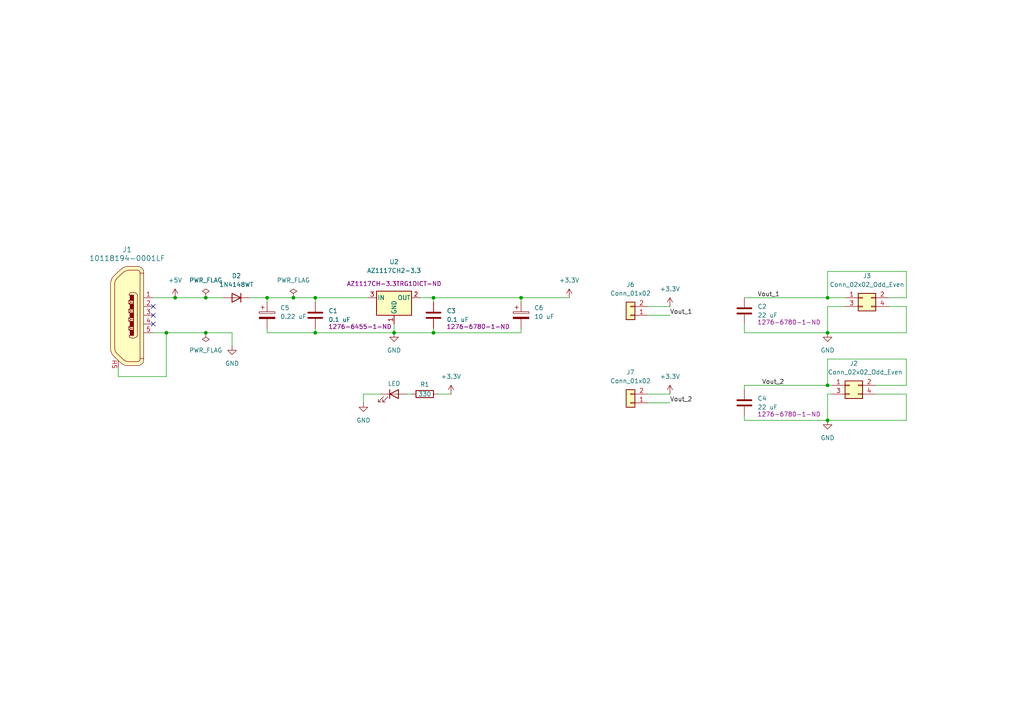
<source format=kicad_sch>
(kicad_sch (version 20250114) (generator "eeschema") (generator_version "9.0")
  (paper "A4")
  (lib_symbols
    (symbol "AZ1117CH2-3.3_1" (pin_names (offset 0.254))
      (property "Reference" "U2" (at 0 10.414 0))
      (property "Value" "AZ1117CH2-3.3" (at 0 7.874 0))
      (property "DigiKey" "AZ1117CH-3.3TRG1DICT-ND" (at 0 4.064 0))
      (symbol "AZ1117CH2-3.3_1_0_1"
        (rectangle (start -5.08 1.905) (end 5.08 -5.08) (stroke (width 0.254)) (fill (type background)))
      )
      (symbol "AZ1117CH2-3.3_1_1_1"
        (pin power_in line (at -7.62 0 0) (length 2.54) (name "IN") (number "3"))
        (pin power_in line (at 0 -7.62 90) (length 2.54) (name "GND") (number "1"))
        (pin power_out line (at 7.62 0 180) (length 2.54) (name "OUT") (number "2"))
      )
    )
    (symbol "Connector_Generic:Conn_01x02" (pin_names (offset 1.016) (hide yes))
      (property "Reference" "J" (at 0 2.54 0))
      (property "Value" "Conn_01x02" (at 0 -5.08 0))
      (symbol "Conn_01x02_1_1"
        (rectangle (start -1.27 1.27) (end 1.27 -3.81) (stroke (width 0.254)) (fill (type background)))
        (rectangle (start -1.27 0.127) (end 0 -0.127) (stroke (width 0.1524)))
        (rectangle (start -1.27 -2.413) (end 0 -2.667) (stroke (width 0.1524)))
        (pin passive line (at -5.08 0 0) (length 3.81) (name "Pin_1") (number "1"))
        (pin passive line (at -5.08 -2.54 0) (length 3.81) (name "Pin_2") (number "2"))
      )
    )
    (symbol "Connector_Generic:Conn_02x02_Odd_Even" (pin_names (offset 1.016) (hide yes))
      (property "Reference" "J" (at 1.27 2.54 0))
      (property "Value" "Conn_02x02_Odd_Even" (at 1.27 -5.08 0))
      (symbol "Conn_02x02_Odd_Even_1_1"
        (rectangle (start -1.27 1.27) (end 3.81 -3.81) (stroke (width 0.254)) (fill (type background)))
        (rectangle (start -1.27 0.127) (end 0 -0.127) (stroke (width 0.1524)))
        (rectangle (start -1.27 -2.413) (end 0 -2.667) (stroke (width 0.1524)))
        (rectangle (start 3.81 0.127) (end 2.54 -0.127) (stroke (width 0.1524)))
        (rectangle (start 3.81 -2.413) (end 2.54 -2.667) (stroke (width 0.1524)))
        (pin passive line (at -5.08 0 0) (length 3.81) (name "Pin_1") (number "1"))
        (pin passive line (at -5.08 -2.54 0) (length 3.81) (name "Pin_3") (number "3"))
        (pin passive line (at 7.62 0 180) (length 3.81) (name "Pin_2") (number "2"))
        (pin passive line (at 7.62 -2.54 180) (length 3.81) (name "Pin_4") (number "4"))
      )
    )
    (symbol "Device:C" (pin_numbers (hide yes)) (pin_names (offset 0.254))
      (property "Reference" "C" (at 0.635 2.54 0))
      (property "Value" "C" (at 0.635 -2.54 0))
      (symbol "C_0_1"
        (polyline (pts (xy -2.032 0.762) (xy 2.032 0.762)) (stroke (width 0.508)))
        (polyline (pts (xy -2.032 -0.762) (xy 2.032 -0.762)) (stroke (width 0.508)))
      )
      (symbol "C_1_1"
        (pin passive line (at 0 3.81 270) (length 2.794) (name "~") (number "1"))
        (pin passive line (at 0 -3.81 90) (length 2.794) (name "~") (number "2"))
      )
    )
    (symbol "Device:C_Polarized" (pin_numbers (hide yes)) (pin_names (offset 0.254))
      (property "Reference" "C" (at 0.635 2.54 0))
      (property "Value" "C_Polarized" (at 0.635 -2.54 0))
      (symbol "C_Polarized_0_1"
        (rectangle (start -2.286 0.508) (end 2.286 1.016))
        (polyline (pts (xy -1.778 2.286) (xy -0.762 2.286)))
        (polyline (pts (xy -1.27 2.794) (xy -1.27 1.778)))
        (rectangle (start 2.286 -0.508) (end -2.286 -1.016) (fill (type outline)))
      )
      (symbol "C_Polarized_1_1"
        (pin passive line (at 0 3.81 270) (length 2.794) (name "~") (number "1"))
        (pin passive line (at 0 -3.81 90) (length 2.794) (name "~") (number "2"))
      )
    )
    (symbol "Device:LED" (pin_numbers (hide yes)) (pin_names (offset 1.016) (hide yes))
      (property "Reference" "D" (at 0 2.54 0))
      (property "Value" "LED" (at 0 -2.54 0))
      (symbol "LED_0_1"
        (polyline (pts (xy -3.048 -0.762) (xy -4.572 -2.286) (xy -3.81 -2.286) (xy -4.572 -2.286) (xy -4.572 -1.524)))
        (polyline (pts (xy -1.778 -0.762) (xy -3.302 -2.286) (xy -2.54 -2.286) (xy -3.302 -2.286) (xy -3.302 -1.524)))
        (polyline (pts (xy -1.27 0) (xy 1.27 0)))
        (polyline (pts (xy -1.27 -1.27) (xy -1.27 1.27)) (stroke (width 0.254)))
        (polyline (pts (xy 1.27 -1.27) (xy 1.27 1.27) (xy -1.27 0) (xy 1.27 -1.27)) (stroke (width 0.254)))
      )
      (symbol "LED_1_1"
        (pin passive line (at -3.81 0 0) (length 2.54) (name "K") (number "1"))
        (pin passive line (at 3.81 0 180) (length 2.54) (name "A") (number "2"))
      )
    )
    (symbol "Device:R" (pin_numbers (hide yes)) (pin_names (offset 0))
      (property "Reference" "R" (at 2.032 0 90))
      (property "Value" "R" (at 0 0 90))
      (symbol "R_0_1"
        (rectangle (start -1.016 -2.54) (end 1.016 2.54) (stroke (width 0.254)))
      )
      (symbol "R_1_1"
        (pin passive line (at 0 3.81 270) (length 1.27) (name "~") (number "1"))
        (pin passive line (at 0 -3.81 90) (length 1.27) (name "~") (number "2"))
      )
    )
    (symbol "Diode:1N4148WT" (pin_numbers (hide yes)) (pin_names (hide yes))
      (property "Reference" "D" (at 0 2.54 0))
      (property "Value" "1N4148WT" (at 0 -2.54 0))
      (symbol "1N4148WT_0_1"
        (polyline (pts (xy -1.27 1.27) (xy -1.27 -1.27)) (stroke (width 0.254)))
        (polyline (pts (xy 1.27 1.27) (xy 1.27 -1.27) (xy -1.27 0) (xy 1.27 1.27)) (stroke (width 0.254)))
        (polyline (pts (xy 1.27 0) (xy -1.27 0)))
      )
      (symbol "1N4148WT_1_1"
        (pin passive line (at -3.81 0 0) (length 2.54) (name "K") (number "1"))
        (pin passive line (at 3.81 0 180) (length 2.54) (name "A") (number "2"))
      )
    )
    (symbol "dk_USB-DVI-HDMI-Connectors:10118194-0001LF" (pin_names (offset 1.016))
      (property "Reference" "J" (at -4.445 15.24 0))
      (property "Value" "10118194-0001LF" (at -6.35 -7.62 90))
      (symbol "10118194-0001LF_0_1"
        (polyline (pts (xy 0.4826 4.2926) (xy 0.4826 3.2766) (xy 1.8796 3.2766) (xy 1.8796 4.2926) (xy 0.4826 4.2926) (xy 1.1176 3.7846) (xy 0.4826 3.2766) (xy 1.8796 3.2766) (xy 1.8796 3.7846) (xy 1.1176 3.7846)))
        (polyline (pts (xy 0.4826 1.7526) (xy 0.4826 0.7366) (xy 1.8796 0.7366) (xy 1.8796 1.7526) (xy 0.4826 1.7526) (xy 1.1176 1.2446) (xy 0.4826 0.7366) (xy 1.8796 0.7366) (xy 1.8796 1.2446) (xy 1.1176 1.2446)))
        (polyline (pts (xy 0.4826 -1.7526) (xy 0.4826 -0.7366) (xy 1.8796 -0.7366) (xy 1.8796 -1.7526) (xy 0.4826 -1.7526) (xy 1.1176 -1.2446) (xy 0.4826 -0.7366) (xy 1.8796 -0.7366) (xy 1.8796 -1.2446) (xy 1.1176 -1.2446)))
        (polyline (pts (xy 0.4826 -4.2926) (xy 0.4826 -3.2766) (xy 1.8796 -3.2766) (xy 1.8796 -4.2926) (xy 0.4826 -4.2926) (xy 1.1176 -3.7846) (xy 0.4826 -3.2766) (xy 1.8796 -3.2766) (xy 1.8796 -3.7846) (xy 1.1176 -3.7846)))
        (rectangle (start 0.889 4.318) (end 1.905 5.842) (fill (type outline)))
        (rectangle (start 0.889 3.302) (end 1.905 1.778) (fill (type outline)))
        (rectangle (start 0.889 0.635) (end 1.905 -0.381) (fill (type outline)))
        (rectangle (start 0.889 -0.635) (end 1.905 0.381) (fill (type outline)))
        (rectangle (start 0.889 -3.302) (end 1.905 -1.778) (fill (type outline)))
        (rectangle (start 0.889 -4.318) (end 1.905 -5.842) (fill (type outline)))
        (polyline (pts (xy 1.905 0.0254) (xy 1.905 -5.842) (xy 0.635 -5.842) (xy 0.635 -6.1468) (xy 0.8128 -6.4262) (xy 1.1938 -6.5786) (xy 1.651 -6.6294) (xy 2.2606 -6.5532) (xy 2.7178 -6.3246) (xy 2.9464 -6.0706) (xy 3.0226 -5.6388) (xy 3.0226 -4.8006) (xy 3.0226 0.127)))
        (polyline (pts (xy 1.905 -0.0254) (xy 1.905 5.842) (xy 0.635 5.842) (xy 0.635 6.1468) (xy 0.8128 6.4262) (xy 1.1938 6.5786) (xy 1.651 6.6294) (xy 2.2606 6.5532) (xy 2.7178 6.3246) (xy 2.9464 6.0706) (xy 3.0226 5.6388) (xy 3.0226 4.8006) (xy 3.0226 -0.127)))
        (polyline (pts (xy 3.7846 12.2428) (xy 3.7846 -12.5476)))
        (polyline (pts (xy 4.8514 -11.4808) (xy 4.8514 -12.8016) (xy 4.7752 -13.4366) (xy 4.572 -13.8684) (xy 4.0386 -14.3256) (xy 3.5814 -14.5288) (xy 3.0988 -14.605) (xy -0.2794 -14.5542) (xy -0.7112 -14.4526) (xy -1.2446 -14.1986) (xy -2.2098 -13.4366) (xy -3.556 -12.1412) (xy -4.0132 -11.6586) (xy -4.3688 -11.1506) (xy -4.6228 -10.5918) (xy -4.7498 -9.7536) (xy -4.7498 9.3726) (xy -4.5974 10.0838) (xy -4.4704 10.4648) (xy -4.2164 10.9728) (xy -3.6068 11.6078) (xy -1.4478 13.589) (xy -0.9652 13.8684) (xy -0.5588 14.0208) (xy 0.0762 14.1224) (xy 0.5588 14.1732) (xy 3.2766 14.1732) (xy 3.7592 14.0208) (xy 4.2164 13.7414) (xy 4.445 13.5128) (xy 4.699 13.1572) (xy 4.826 12.8524) (xy 4.8514 12.446) (xy 4.8514 -11.5062)) (fill (type background)))
        (polyline (pts (xy 4.8514 -12.5476) (xy 3.8354 -12.5476) (xy 3.7846 -12.5476) (xy 3.7846 -12.9032) (xy 3.6068 -13.2334) (xy 3.429 -13.3604) (xy 3.2258 -13.4366) (xy 0.4572 -13.4366) (xy 0.0508 -13.4112) (xy -0.3302 -13.3096) (xy -0.6604 -13.1318) (xy -0.9906 -12.9032) (xy -3.1496 -10.8458) (xy -3.4036 -10.3886) (xy -3.5306 -9.779) (xy -3.556 -8.636) (xy -3.556 9.2202) (xy -3.5306 9.4234) (xy -3.4544 9.8298) (xy -3.302 10.1854) (xy -3.0226 10.6172) (xy -1.7526 11.8364) (xy -0.8636 12.5984) (xy -0.3302 12.8778) (xy 0.0762 13.0048) (xy 0.6096 13.081) (xy 3.0734 13.081) (xy 3.3274 13.0048) (xy 3.5814 12.8524) (xy 3.7846 12.5222) (xy 3.7846 12.2174) (xy 4.8514 12.2174)))
      )
      (symbol "10118194-0001LF_1_1"
        (pin passive line (at -2.54 -15.24 90) (length 2.032) (name "~") (number "SH"))
        (pin passive line (at 7.62 5.08 180) (length 2.794) (name "~") (number "1"))
        (pin passive line (at 7.62 2.54 180) (length 2.794) (name "~") (number "2"))
        (pin passive line (at 7.62 0 180) (length 2.794) (name "~") (number "3"))
        (pin passive line (at 7.62 -2.54 180) (length 2.794) (name "~") (number "4"))
        (pin passive line (at 7.62 -5.08 180) (length 2.794) (name "~") (number "5"))
      )
    )
    (symbol "power:+3.3V" (power) (pin_numbers (hide yes)) (pin_names (offset 0) (hide yes))
      (property "Value" "+3.3V" (at 0 3.556 0))
      (symbol "+3.3V_0_1"
        (polyline (pts (xy -0.762 1.27) (xy 0 2.54)))
        (polyline (pts (xy 0 2.54) (xy 0.762 1.27)))
        (polyline (pts (xy 0 0) (xy 0 2.54)))
      )
      (symbol "+3.3V_1_1"
        (pin power_in line (at 0 0 90) (length 0) (name "~") (number "1"))
      )
    )
    (symbol "power:+5V" (power) (pin_numbers (hide yes)) (pin_names (offset 0) (hide yes))
      (property "Value" "+5V" (at 0 3.556 0))
      (symbol "+5V_0_1"
        (polyline (pts (xy -0.762 1.27) (xy 0 2.54)))
        (polyline (pts (xy 0 2.54) (xy 0.762 1.27)))
        (polyline (pts (xy 0 0) (xy 0 2.54)))
      )
      (symbol "+5V_1_1"
        (pin power_in line (at 0 0 90) (length 0) (name "~") (number "1"))
      )
    )
    (symbol "power:GND" (power) (pin_numbers (hide yes)) (pin_names (offset 0) (hide yes))
      (property "Value" "GND" (at 0 -3.81 0))
      (symbol "GND_0_1"
        (polyline (pts (xy 0 0) (xy 0 -1.27) (xy 1.27 -1.27) (xy 0 -2.54) (xy -1.27 -1.27) (xy 0 -1.27)))
      )
      (symbol "GND_1_1"
        (pin power_in line (at 0 0 270) (length 0) (name "~") (number "1"))
      )
    )
    (symbol "power:PWR_FLAG" (power) (pin_numbers (hide yes)) (pin_names (offset 0) (hide yes))
      (property "Value" "PWR_FLAG" (at 0 3.81 0))
      (symbol "PWR_FLAG_0_0"
        (pin power_out line (at 0 0 90) (length 0) (name "~") (number "1"))
      )
      (symbol "PWR_FLAG_0_1"
        (polyline (pts (xy 0 0) (xy 0 1.27) (xy -1.016 1.905) (xy 0 2.54) (xy 1.016 1.905) (xy 0 1.27)))
      )
    )
  )
  (junction (at 240.03 121.92))
  (junction (at 240.03 86.36))
  (junction (at 125.73 86.36))
  (junction (at 48.26 96.52))
  (junction (at 91.44 86.36))
  (junction (at 240.03 96.52))
  (junction (at 85.09 86.36))
  (junction (at 151.13 86.36))
  (junction (at 114.3 96.52))
  (junction (at 125.73 96.52))
  (junction (at 59.69 96.52))
  (junction (at 59.69 86.36))
  (junction (at 50.8 86.36))
  (junction (at 240.03 111.76))
  (junction (at 91.44 96.52))
  (junction (at 77.47 86.36))
  (no_connect (at 44.45 91.44))
  (no_connect (at 44.45 93.98))
  (no_connect (at 44.45 88.9))
  (wire (pts (xy 215.9 96.52) (xy 240.03 96.52)))
  (wire (pts (xy 44.45 86.36) (xy 50.8 86.36)))
  (wire (pts (xy 215.9 93.98) (xy 215.9 96.52)))
  (wire (pts (xy 50.8 86.36) (xy 59.69 86.36)))
  (wire (pts (xy 262.89 114.3) (xy 262.89 121.92)))
  (wire (pts (xy 59.69 86.36) (xy 64.77 86.36)))
  (wire (pts (xy 91.44 96.52) (xy 77.47 96.52)))
  (wire (pts (xy 262.89 86.36) (xy 262.89 78.74)))
  (wire (pts (xy 240.03 88.9) (xy 240.03 96.52)))
  (wire (pts (xy 77.47 86.36) (xy 85.09 86.36)))
  (wire (pts (xy 262.89 111.76) (xy 262.89 104.14)))
  (wire (pts (xy 240.03 78.74) (xy 240.03 86.36)))
  (wire (pts (xy 245.11 88.9) (xy 240.03 88.9)))
  (wire (pts (xy 72.39 86.36) (xy 77.47 86.36)))
  (wire (pts (xy 240.03 121.92) (xy 215.9 121.92)))
  (wire (pts (xy 118.11 114.3) (xy 119.38 114.3)))
  (wire (pts (xy 240.03 111.76) (xy 241.3 111.76)))
  (wire (pts (xy 187.96 114.3) (xy 194.31 114.3)))
  (wire (pts (xy 48.26 96.52) (xy 48.26 109.22)))
  (wire (pts (xy 187.96 88.9) (xy 194.31 88.9)))
  (wire (pts (xy 254 111.76) (xy 262.89 111.76)))
  (wire (pts (xy 67.31 96.52) (xy 59.69 96.52)))
  (wire (pts (xy 241.3 114.3) (xy 240.03 114.3)))
  (wire (pts (xy 77.47 96.52) (xy 77.47 95.25)))
  (wire (pts (xy 151.13 86.36) (xy 151.13 87.63)))
  (wire (pts (xy 262.89 96.52) (xy 240.03 96.52)))
  (wire (pts (xy 91.44 95.25) (xy 91.44 96.52)))
  (wire (pts (xy 215.9 120.65) (xy 215.9 121.92)))
  (wire (pts (xy 77.47 86.36) (xy 77.47 87.63)))
  (wire (pts (xy 215.9 111.76) (xy 240.03 111.76)))
  (wire (pts (xy 48.26 96.52) (xy 59.69 96.52)))
  (wire (pts (xy 257.81 88.9) (xy 262.89 88.9)))
  (wire (pts (xy 114.3 93.98) (xy 114.3 96.52)))
  (wire (pts (xy 91.44 86.36) (xy 106.68 86.36)))
  (wire (pts (xy 125.73 96.52) (xy 114.3 96.52)))
  (wire (pts (xy 151.13 86.36) (xy 165.1 86.36)))
  (wire (pts (xy 85.09 86.36) (xy 91.44 86.36)))
  (wire (pts (xy 245.11 86.36) (xy 240.03 86.36)))
  (wire (pts (xy 125.73 96.52) (xy 151.13 96.52)))
  (wire (pts (xy 151.13 95.25) (xy 151.13 96.52)))
  (wire (pts (xy 127 114.3) (xy 130.81 114.3)))
  (wire (pts (xy 125.73 86.36) (xy 125.73 87.63)))
  (wire (pts (xy 240.03 104.14) (xy 240.03 111.76)))
  (wire (pts (xy 262.89 114.3) (xy 254 114.3)))
  (wire (pts (xy 187.96 91.44) (xy 194.31 91.44)))
  (wire (pts (xy 121.92 86.36) (xy 125.73 86.36)))
  (wire (pts (xy 262.89 121.92) (xy 240.03 121.92)))
  (wire (pts (xy 105.41 114.3) (xy 110.49 114.3)))
  (wire (pts (xy 262.89 88.9) (xy 262.89 96.52)))
  (wire (pts (xy 262.89 104.14) (xy 240.03 104.14)))
  (wire (pts (xy 105.41 116.84) (xy 105.41 114.3)))
  (wire (pts (xy 215.9 86.36) (xy 240.03 86.36)))
  (wire (pts (xy 262.89 78.74) (xy 240.03 78.74)))
  (wire (pts (xy 125.73 95.25) (xy 125.73 96.52)))
  (wire (pts (xy 187.96 116.84) (xy 194.31 116.84)))
  (wire (pts (xy 91.44 86.36) (xy 91.44 87.63)))
  (wire (pts (xy 125.73 86.36) (xy 151.13 86.36)))
  (wire (pts (xy 48.26 109.22) (xy 34.29 109.22)))
  (wire (pts (xy 240.03 114.3) (xy 240.03 121.92)))
  (wire (pts (xy 91.44 96.52) (xy 114.3 96.52)))
  (wire (pts (xy 67.31 96.52) (xy 67.31 100.33)))
  (wire (pts (xy 257.81 86.36) (xy 262.89 86.36)))
  (wire (pts (xy 44.45 96.52) (xy 48.26 96.52)))
  (wire (pts (xy 34.29 109.22) (xy 34.29 106.68)))
  (wire (pts (xy 215.9 111.76) (xy 215.9 113.03)))
  (label "Vout_2" (at 220.98 111.76 0))
  (label "Vout_1" (at 219.71 86.36 0))
  (label "Vout_1" (at 194.31 91.44 0))
  (label "Vout_2" (at 194.31 116.84 0))
  (symbol (lib_id "power:PWR_FLAG") (at 85.09 86.36 0) (unit 1)
    (property "Reference" "#FLG03" (effects (hide yes)))
    (property "Value" "PWR_FLAG" (at 85.09 81.28 0))
    (property "Description" "Special symbol for telling ERC where power comes from" (effects (hide yes)))
  )
  (symbol (lib_id "power:GND") (at 67.31 100.33 0) (unit 1)
    (property "Reference" "#PWR01" (effects (hide yes)))
    (property "Value" "GND" (at 67.31 105.41 0))
    (property "Description" "Power symbol creates a global label with name \"GND\" , ground" (effects (hide yes)))
  )
  (symbol (lib_id "Diode:1N4148WT") (at 68.58 86.36 180) (unit 1)
    (property "Reference" "D2" (at 68.58 80.01 0))
    (property "Value" "1N4148WT" (at 68.58 82.55 0))
    (property "Footprint" "Diode_SMD:D_SOD-523" (effects (hide yes)))
    (property "Datasheet" "https://www.diodes.com/assets/Datasheets/ds30396.pdf" (effects (hide yes)))
    (property "Description" "75V 0.15A Fast switching Diode, SOD-523" (effects (hide yes)))
    (property "Sim.Device" "D" (effects (hide yes)))
    (property "Sim.Pins" "1=K 2=A" (effects (hide yes)))
  )
  (symbol (lib_id "Device:C_Polarized") (at 151.13 91.44 0) (unit 1)
    (property "Reference" "C6" (at 154.94 89.2809 0) (effects (justify left)))
    (property "Value" "10 uF" (at 154.94 91.8209 0) (effects (justify left)))
    (property "Footprint" "Capacitor_THT:CP_Radial_D5.0mm_P2.00mm" (effects (hide yes)))
    (property "Description" "Polarized capacitor" (effects (hide yes)))
  )
  (symbol (lib_id "power:PWR_FLAG") (at 59.69 96.52 180) (unit 1)
    (property "Reference" "#FLG02" (effects (hide yes)))
    (property "Value" "PWR_FLAG" (at 59.69 101.6 0))
    (property "Description" "Special symbol for telling ERC where power comes from" (effects (hide yes)))
  )
  (symbol (lib_id "Device:C") (at 125.73 91.44 0) (unit 1)
    (property "Reference" "C3" (at 129.54 90.1699 0) (effects (justify left)))
    (property "Value" "0.1 uF" (at 129.54 92.7099 0) (effects (justify left)))
    (property "Footprint" "Capacitor_SMD:C_0805_2012Metric_Pad1.18x1.45mm_HandSolder" (effects (hide yes)))
    (property "Description" "Unpolarized capacitor" (effects (hide yes)))
    (property "DigiKey" "1276-6780-1-ND" (at 138.684 94.742 0))
  )
  (symbol (lib_id "Device:C") (at 91.44 91.44 0) (unit 1)
    (property "Reference" "C1" (at 95.25 90.1699 0) (effects (justify left)))
    (property "Value" "0.1 uF" (at 95.25 92.7099 0) (effects (justify left)))
    (property "Footprint" "Capacitor_SMD:C_0805_2012Metric_Pad1.18x1.45mm_HandSolder" (effects (hide yes)))
    (property "Description" "Unpolarized capacitor" (effects (hide yes)))
    (property "DigiKey" "1276-6455-1-ND" (at 104.394 94.742 0))
  )
  (symbol (lib_id "dk_USB-DVI-HDMI-Connectors:10118194-0001LF") (at 36.83 91.44 0) (unit 1)
    (property "Reference" "J1" (at 36.8808 72.39 0) (effects (font (size 1.524 1.524))))
    (property "Value" "10118194-0001LF" (at 36.8808 74.93 0) (effects (font (size 1.524 1.524))))
    (property "Footprint" "digikey-footprints:USB_Micro_B_Female_10118194-0001LF" (effects (hide yes)))
    (property "Datasheet" "http://www.amphenol-icc.com/media/wysiwyg/files/drawing/10118194.pdf" (effects (hide yes)))
    (property "Description" "CONN RCPT USB2.0 MICRO B SMD R/A" (effects (hide yes)))
    (property "Digi-Key_PN" "609-4618-1-ND" (effects (hide yes)))
    (property "MPN" "10118194-0001LF" (effects (hide yes)))
    (property "Category" "Connectors, Interconnects" (effects (hide yes)))
    (property "Family" "USB, DVI, HDMI Connectors" (effects (hide yes)))
    (property "DK_Datasheet_Link" "http://www.amphenol-icc.com/media/wysiwyg/files/drawing/10118194.pdf" (effects (hide yes)))
    (property "DK_Detail_Page" "/product-detail/en/amphenol-icc-fci/10118194-0001LF/609-4618-1-ND/2785382" (effects (hide yes)))
    (property "Description_1" "CONN RCPT USB2.0 MICRO B SMD R/A" (effects (hide yes)))
    (property "Manufacturer" "Amphenol ICC (FCI)" (effects (hide yes)))
    (property "Status" "Active" (effects (hide yes)))
  )
  (symbol (lib_id "power:+3.3V") (at 194.31 88.9 0) (unit 1)
    (property "Reference" "#PWR07" (effects (hide yes)))
    (property "Value" "+3.3V" (at 194.31 83.82 0))
    (property "Description" "Power symbol creates a global label with name \"+3.3V\"" (effects (hide yes)))
  )
  (symbol (lib_id "power:+5V") (at 50.8 86.36 0) (unit 1)
    (property "Reference" "#PWR05" (effects (hide yes)))
    (property "Value" "+5V" (at 50.8 81.28 0))
    (property "Description" "Power symbol creates a global label with name \"+5V\"" (effects (hide yes)))
  )
  (symbol (lib_id "Device:C") (at 215.9 116.84 0) (unit 1)
    (property "Reference" "C4" (at 219.71 115.5699 0) (effects (justify left)))
    (property "Value" "22 uF" (at 219.71 118.1099 0) (effects (justify left)))
    (property "Footprint" "Capacitor_SMD:C_0805_2012Metric_Pad1.18x1.45mm_HandSolder" (effects (hide yes)))
    (property "Description" "Unpolarized capacitor" (effects (hide yes)))
    (property "DigiKey" "1276-6780-1-ND" (at 228.854 120.142 0))
  )
  (symbol (lib_id "power:+3.3V") (at 165.1 86.36 0) (unit 1)
    (property "Reference" "#PWR06" (effects (hide yes)))
    (property "Value" "+3.3V" (at 165.1 81.28 0))
    (property "Description" "Power symbol creates a global label with name \"+3.3V\"" (effects (hide yes)))
  )
  (symbol (lib_id "Device:C_Polarized") (at 77.47 91.44 0) (unit 1)
    (property "Reference" "C5" (at 81.28 89.2809 0) (effects (justify left)))
    (property "Value" "0.22 uF" (at 81.28 91.8209 0) (effects (justify left)))
    (property "Footprint" "Capacitor_THT:CP_Radial_D4.0mm_P1.50mm" (effects (hide yes)))
    (property "Description" "Polarized capacitor" (effects (hide yes)))
  )
  (symbol (lib_id "power:GND") (at 114.3 96.52 0) (unit 1)
    (property "Reference" "#PWR02" (effects (hide yes)))
    (property "Value" "GND" (at 114.3 101.6 0))
    (property "Description" "Power symbol creates a global label with name \"GND\" , ground" (effects (hide yes)))
  )
  (symbol (lib_name "AZ1117CH2-3.3_1") (lib_id "Regulator_Linear:AZ1117CH2-3.3") (at 114.3 86.36 0) (unit 1)
    (property "Reference" "U2" (at 114.3 75.946 0))
    (property "Value" "AZ1117CH2-3.3" (at 114.3 78.486 0))
    (property "Footprint" "Package_TO_SOT_SMD:SOT-223-3_TabPin2" (effects (hide yes)))
    (property "Datasheet" "https://www.diodes.com/assets/Datasheets/AZ1117C.pdf" (effects (hide yes)))
    (property "Description" "1A Fixed 3.3V LDO Linear Regulator, 15V Max Input, SOT-223" (effects (hide yes)))
    (property "DigiKey" "AZ1117CH-3.3TRG1DICT-ND" (at 114.3 82.296 0))
  )
  (symbol (lib_id "Connector_Generic:Conn_01x02") (at 182.88 116.84 180) (unit 1)
    (property "Reference" "J7" (at 182.88 107.95 0))
    (property "Value" "Conn_01x02" (at 182.88 110.49 0))
    (property "Footprint" "Connector_PinHeader_1.00mm:PinHeader_1x02_P1.00mm_Vertical" (effects (hide yes)))
    (property "Description" "Generic connector, single row, 01x02, script generated (kicad-library-utils/schlib/autogen/connector/)" (effects (hide yes)))
  )
  (symbol (lib_id "power:+3.3V") (at 130.81 114.3 0) (unit 1)
    (property "Reference" "#PWR03" (effects (hide yes)))
    (property "Value" "+3.3V" (at 130.81 109.22 0))
    (property "Description" "Power symbol creates a global label with name \"+3.3V\"" (effects (hide yes)))
  )
  (symbol (lib_id "power:+3.3V") (at 194.31 114.3 0) (unit 1)
    (property "Reference" "#PWR010" (effects (hide yes)))
    (property "Value" "+3.3V" (at 194.31 109.22 0))
    (property "Description" "Power symbol creates a global label with name \"+3.3V\"" (effects (hide yes)))
  )
  (symbol (lib_id "Connector_Generic:Conn_02x02_Odd_Even") (at 246.38 111.76 0) (unit 1)
    (property "Reference" "J2" (at 247.65 105.41 0))
    (property "Value" "Conn_02x02_Odd_Even" (at 250.952 107.95 0))
    (property "Footprint" "Connector_PinHeader_2.54mm:PinHeader_2x02_P2.54mm_Vertical" (effects (hide yes)))
    (property "Description" "Generic connector, double row, 02x02, odd/even pin numbering scheme (row 1 odd numbers, row 2 even numbers), script generated (kicad-library-utils/schlib/autogen/connector/)" (effects (hide yes)))
  )
  (symbol (lib_id "Connector_Generic:Conn_02x02_Odd_Even") (at 250.19 86.36 0) (unit 1)
    (property "Reference" "J3" (at 251.46 80.01 0))
    (property "Value" "Conn_02x02_Odd_Even" (at 251.46 82.55 0))
    (property "Footprint" "Connector_PinHeader_2.54mm:PinHeader_2x02_P2.54mm_Vertical" (effects (hide yes)))
    (property "Description" "Generic connector, double row, 02x02, odd/even pin numbering scheme (row 1 odd numbers, row 2 even numbers), script generated (kicad-library-utils/schlib/autogen/connector/)" (effects (hide yes)))
  )
  (symbol (lib_id "Device:R") (at 123.19 114.3 90) (unit 1)
    (property "Reference" "R1" (at 123.19 111.506 90))
    (property "Value" "330" (at 123.19 114.3 90))
    (property "Footprint" "Resistor_SMD:R_0805_2012Metric_Pad1.20x1.40mm_HandSolder" (effects (hide yes)))
    (property "Description" "Resistor" (effects (hide yes)))
  )
  (symbol (lib_id "Connector_Generic:Conn_01x02") (at 182.88 91.44 180) (unit 1)
    (property "Reference" "J6" (at 182.88 82.55 0))
    (property "Value" "Conn_01x02" (at 182.88 85.09 0))
    (property "Footprint" "Connector_PinHeader_1.00mm:PinHeader_1x02_P1.00mm_Vertical" (effects (hide yes)))
    (property "Description" "Generic connector, single row, 01x02, script generated (kicad-library-utils/schlib/autogen/connector/)" (effects (hide yes)))
  )
  (symbol (lib_id "power:GND") (at 240.03 96.52 0) (unit 1)
    (property "Reference" "#PWR012" (effects (hide yes)))
    (property "Value" "GND" (at 240.03 101.6 0))
    (property "Description" "Power symbol creates a global label with name \"GND\" , ground" (effects (hide yes)))
  )
  (symbol (lib_id "power:GND") (at 105.41 116.84 0) (unit 1)
    (property "Reference" "#PWR04" (effects (hide yes)))
    (property "Value" "GND" (at 105.41 121.92 0))
    (property "Description" "Power symbol creates a global label with name \"GND\" , ground" (effects (hide yes)))
  )
  (symbol (lib_id "Device:LED") (at 114.3 114.3 0) (unit 1)
    (property "Reference" "D1" (effects (hide yes)))
    (property "Value" "LED" (at 114.3 111.252 0))
    (property "Footprint" "LED_THT:LED_D3.0mm" (effects (hide yes)))
    (property "Description" "Light emitting diode" (effects (hide yes)))
    (property "Sim.Pins" "1=K 2=A" (effects (hide yes)))
  )
  (symbol (lib_id "power:PWR_FLAG") (at 59.69 86.36 0) (unit 1)
    (property "Reference" "#FLG01" (effects (hide yes)))
    (property "Value" "PWR_FLAG" (at 59.69 81.28 0))
    (property "Description" "Special symbol for telling ERC where power comes from" (effects (hide yes)))
  )
  (symbol (lib_id "power:GND") (at 240.03 121.92 0) (unit 1)
    (property "Reference" "#PWR011" (effects (hide yes)))
    (property "Value" "GND" (at 240.03 127 0))
    (property "Description" "Power symbol creates a global label with name \"GND\" , ground" (effects (hide yes)))
  )
  (symbol (lib_id "Device:C") (at 215.9 90.17 0) (unit 1)
    (property "Reference" "C2" (at 219.71 88.8999 0) (effects (justify left)))
    (property "Value" "22 uF" (at 219.71 91.4399 0) (effects (justify left)))
    (property "Footprint" "Capacitor_SMD:C_0805_2012Metric_Pad1.18x1.45mm_HandSolder" (effects (hide yes)))
    (property "Description" "Unpolarized capacitor" (effects (hide yes)))
    (property "DigiKey" "1276-6780-1-ND" (at 228.854 93.472 0))
  )
)
</source>
